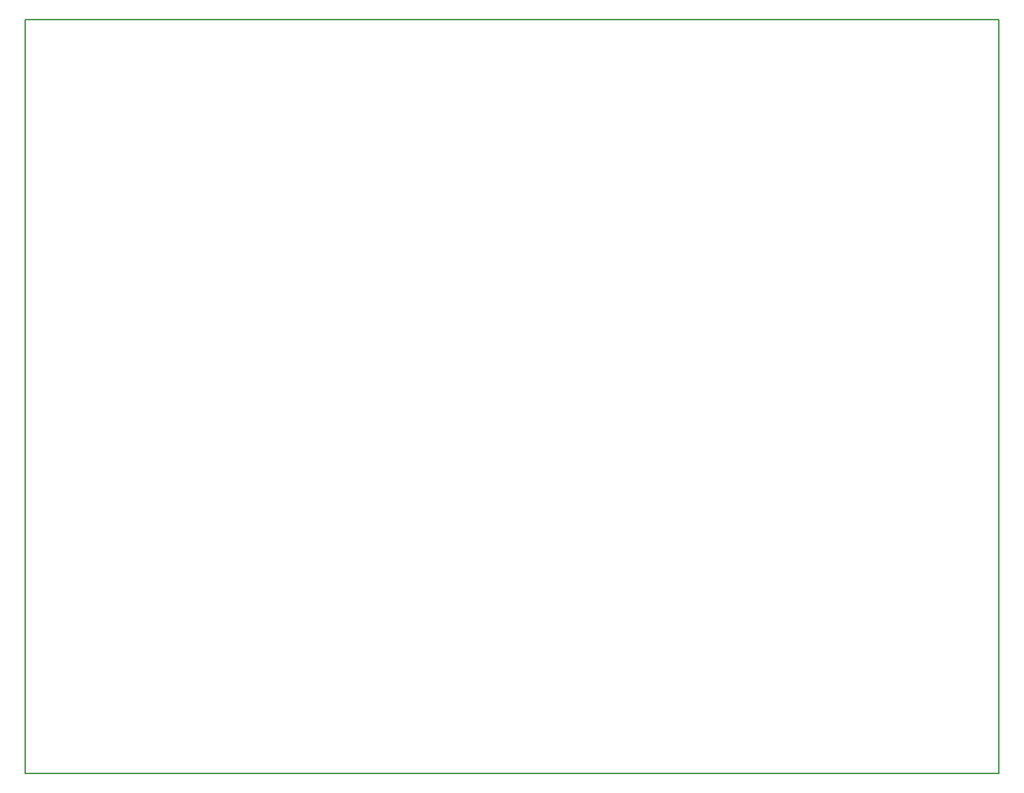
<source format=gbr>
%TF.GenerationSoftware,KiCad,Pcbnew,7.0.6*%
%TF.CreationDate,2023-10-25T23:51:53-07:00*%
%TF.ProjectId,controller-heat,636f6e74-726f-46c6-9c65-722d68656174,rev?*%
%TF.SameCoordinates,Original*%
%TF.FileFunction,Profile,NP*%
%FSLAX46Y46*%
G04 Gerber Fmt 4.6, Leading zero omitted, Abs format (unit mm)*
G04 Created by KiCad (PCBNEW 7.0.6) date 2023-10-25 23:51:53*
%MOMM*%
%LPD*%
G01*
G04 APERTURE LIST*
%TA.AperFunction,Profile*%
%ADD10C,0.200000*%
%TD*%
G04 APERTURE END LIST*
D10*
X85026638Y-48915323D02*
X202882638Y-48915323D01*
X202882638Y-140195323D01*
X85026638Y-140195323D01*
X85026638Y-48915323D01*
M02*

</source>
